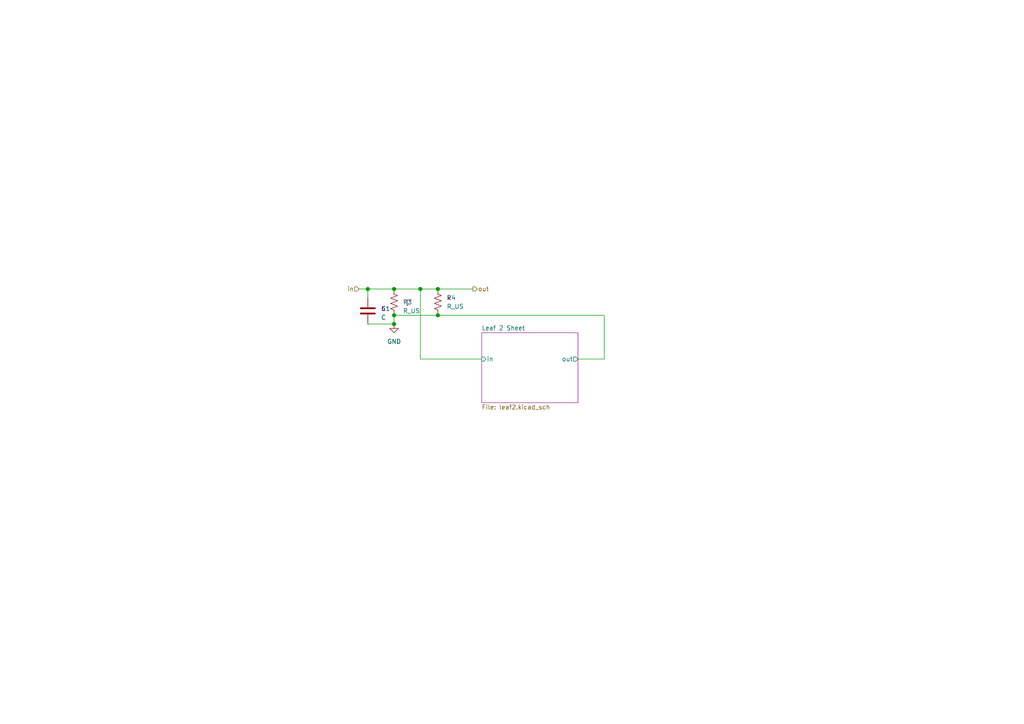
<source format=kicad_sch>
(kicad_sch (version 20230121) (generator eeschema)
  (paper "A4")
  (lib_symbols
    (symbol "Device:C" (pin_numbers hide) (pin_names (offset 0.254))
      (property "Reference" "C" (at 0.635 2.54 0))
      (property "Value" "C" (at 0.635 -2.54 0))
      (symbol "C_0_1"
        (polyline (pts (xy -2.032 -0.762) (xy 2.032 -0.762)) (stroke (width 0.508)))
        (polyline (pts (xy -2.032 0.762) (xy 2.032 0.762)) (stroke (width 0.508)))
      )
      (symbol "C_1_1"
        (pin passive line (at 0 3.81 270) (length 2.794) (name "~") (number "1"))
        (pin passive line (at 0 -3.81 90) (length 2.794) (name "~") (number "2"))
      )
    )
    (symbol "Device:R_US" (pin_numbers hide) (pin_names (offset 0))
      (property "Reference" "R" (at 2.54 0 90))
      (property "Value" "R_US" (at -2.54 0 90))
      (symbol "R_US_0_1"
        (polyline (pts (xy 0 -2.286) (xy 0 -2.54)))
        (polyline (pts (xy 0 2.286) (xy 0 2.54)))
        (polyline (pts (xy 0 -0.762) (xy 1.016 -1.143) (xy 0 -1.524) (xy -1.016 -1.905) (xy 0 -2.286)))
        (polyline (pts (xy 0 0.762) (xy 1.016 0.381) (xy 0 0) (xy -1.016 -0.381) (xy 0 -0.762)))
        (polyline (pts (xy 0 2.286) (xy 1.016 1.905) (xy 0 1.524) (xy -1.016 1.143) (xy 0 0.762)))
      )
      (symbol "R_US_1_1"
        (pin passive line (at 0 3.81 270) (length 1.27) (name "~") (number "1"))
        (pin passive line (at 0 -3.81 90) (length 1.27) (name "~") (number "2"))
      )
    )
    (symbol "power:GND" (power) (pin_names (offset 0))
      (property "Value" "GND" (at 0 -3.81 0))
      (symbol "GND_0_1"
        (polyline (pts (xy 0 0) (xy 0 -1.27) (xy 1.27 -1.27) (xy 0 -2.54) (xy -1.27 -1.27) (xy 0 -1.27)))
      )
      (symbol "GND_1_1"
        (pin power_in line (at 0 0 270) (length 0) hide (name "GND") (number "1"))
      )
    )
  )
  (junction (at 127 83.82) (diameter 1.016))
  (junction (at 114.3 91.44) (diameter 1.016))
  (junction (at 106.68 83.82) (diameter 1.016))
  (junction (at 121.92 83.82) (diameter 1.016))
  (junction (at 127 91.44) (diameter 1.016))
  (junction (at 114.3 93.98) (diameter 1.016))
  (junction (at 114.3 83.82) (diameter 1.016))
  (wire (pts (xy 121.92 83.82) (xy 121.92 104.14)))
  (wire (pts (xy 121.92 104.14) (xy 139.7 104.14)))
  (wire (pts (xy 104.14 83.82) (xy 106.68 83.82)))
  (wire (pts (xy 106.68 83.82) (xy 114.3 83.82)))
  (wire (pts (xy 127 91.44) (xy 175.26 91.44)))
  (wire (pts (xy 127 83.82) (xy 137.16 83.82)))
  (wire (pts (xy 114.3 83.82) (xy 121.92 83.82)))
  (wire (pts (xy 121.92 83.82) (xy 127 83.82)))
  (wire (pts (xy 167.64 104.14) (xy 175.26 104.14)))
  (wire (pts (xy 175.26 104.14) (xy 175.26 91.44)))
  (wire (pts (xy 114.3 91.44) (xy 127 91.44)))
  (wire (pts (xy 114.3 91.44) (xy 114.3 93.98)))
  (wire (pts (xy 106.68 83.82) (xy 106.68 86.36)))
  (wire (pts (xy 106.68 93.98) (xy 114.3 93.98)))
  (hierarchical_label "in" (shape input) (at 104.14 83.82 180))
  (hierarchical_label "out" (shape output) (at 137.16 83.82 0))
  (symbol (lib_id "Device:C") (at 106.68 90.17 0) (unit 1)
    (property "Reference" "C1" (at 110.49 89.5349 0) (effects (justify left)))
    (property "Value" "C" (at 110.49 92.0749 0) (effects (justify left)))
    (property "Footprint" "\"\"" (effects hide))
    (property "Datasheet" "\"~\"" (effects hide))
    (property "qwerty" "\"cap\"" (effects hide))
    (property "new1" "b" (at 110.49 89.5349 0) (effects (justify left)))
    (instances (project "hierarchical_schematic" (path "" (reference "C1") (unit 1)) (path "" (reference "C2") (unit 1))))
  )
  (symbol (lib_id "power:GND") (at 114.3 93.98 0) (unit 1)
    (property "Reference" "#PWR03" (effects hide))
    (property "Value" "GND" (at 114.3 99.06 0))
    (instances (project "hierarchical_schematic" (path "" (reference "#PWR03") (unit 1)) (path "" (reference "#PWR04") (unit 1))))
  )
  (symbol (lib_id "Device:R_US") (at 127 87.63 0) (unit 1)
    (property "Reference" "R4" (at 129.54 86.36 0) (effects (justify left)))
    (property "Value" "R_US" (at 129.54 88.9 0) (effects (justify left)))
    (property "Footprint" "\"\"" (effects hide))
    (property "Datasheet" "\"~\"" (effects hide))
    (property "arbitrary" "\"4\"" (effects hide))
    (property "qwerty" "\"res\"" (effects hide))
    (property "new1" "k" (at 129.54 86.36 0) (effects (justify left)))
    (instances (project "hierarchical_schematic" (path "" (reference "R4") (unit 1)) (path "" (reference "R6") (unit 1))))
  )
  (symbol (lib_id "Device:R_US") (at 114.3 87.63 0) (unit 1)
    (property "Reference" "R3" (at 116.84 87.63 0) (effects (justify left)))
    (property "Value" "R_US" (at 116.84 90.17 0) (effects (justify left)))
    (property "Footprint" "\"\"" (effects hide))
    (property "Datasheet" "\"~\"" (effects hide))
    (property "arbitrary" "\"3\"" (effects hide))
    (property "qwerty" "\"res\"" (effects hide))
    (property "new1" "\"j\"" (at 116.84 87.63 0) (effects (justify left)))
    (instances (project "hierarchical_schematic" (path "" (reference "R3") (unit 1)) (path "" (reference "R5") (unit 1))))
  )
  (sheet (at 139.7 96.52) (size 27.94 20.32) (stroke (width 0.0005) (color 132 0 132 1)) (fill (color 255 255 255 0.0000))
    (property "Sheetname" "Leaf 2 Sheet" (at 139.7 95.8843 0) (effects (justify left bottom)))
    (property "Sheetfile" "leaf2.kicad_sch" (at 139.7 117.3487 0) (effects (justify left top)))
    (pin "in" input (at 139.7 104.14 180))
    (pin "out" output (at 167.64 104.14 0))
  )
)
</source>
